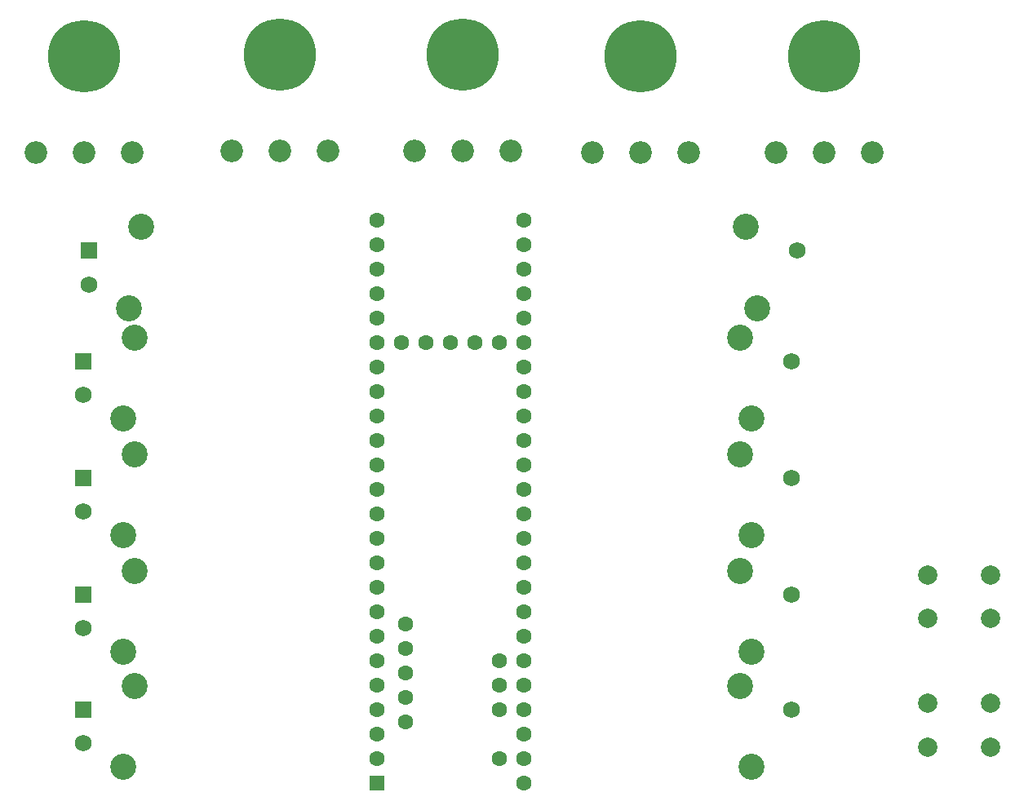
<source format=gbr>
%TF.GenerationSoftware,KiCad,Pcbnew,(5.1.4-0-10_14)*%
%TF.CreationDate,2020-08-02T00:19:04+02:00*%
%TF.ProjectId,usb-teensy3.6_kicad,7573622d-7465-4656-9e73-79332e365f6b,rev?*%
%TF.SameCoordinates,Original*%
%TF.FileFunction,Soldermask,Bot*%
%TF.FilePolarity,Negative*%
%FSLAX46Y46*%
G04 Gerber Fmt 4.6, Leading zero omitted, Abs format (unit mm)*
G04 Created by KiCad (PCBNEW (5.1.4-0-10_14)) date 2020-08-02 00:19:04*
%MOMM*%
%LPD*%
G04 APERTURE LIST*
%ADD10C,1.600000*%
%ADD11R,1.600000X1.600000*%
%ADD12C,2.700000*%
%ADD13C,1.750000*%
%ADD14R,1.750000X1.750000*%
%ADD15C,7.500000*%
%ADD16C,2.340000*%
%ADD17C,2.000000*%
G04 APERTURE END LIST*
D10*
X124285000Y-130810000D03*
X124285000Y-133350000D03*
X124285000Y-135890000D03*
X124285000Y-138430000D03*
X124285000Y-140970000D03*
X133985000Y-134620000D03*
X133985000Y-137160000D03*
X133985000Y-139700000D03*
X133985000Y-144780000D03*
X136525000Y-147320000D03*
X136525000Y-144780000D03*
X136525000Y-142240000D03*
X136525000Y-139700000D03*
X136525000Y-137160000D03*
X136525000Y-134620000D03*
X136525000Y-132080000D03*
X136525000Y-129540000D03*
X136525000Y-127000000D03*
X136525000Y-124460000D03*
X136525000Y-121920000D03*
X136525000Y-119380000D03*
X136525000Y-116840000D03*
X136525000Y-114300000D03*
X136525000Y-111760000D03*
X136525000Y-109220000D03*
D11*
X121285000Y-147320000D03*
D10*
X121285000Y-144780000D03*
X121285000Y-142240000D03*
X121285000Y-139700000D03*
X121285000Y-137160000D03*
X121285000Y-134620000D03*
X121285000Y-132080000D03*
X121285000Y-129540000D03*
X121285000Y-127000000D03*
X121285000Y-124460000D03*
X121285000Y-121920000D03*
X121285000Y-119380000D03*
X121285000Y-116840000D03*
X136525000Y-106680000D03*
X136525000Y-104140000D03*
X136525000Y-101600000D03*
X136525000Y-99060000D03*
X136525000Y-96520000D03*
X136525000Y-93980000D03*
X136525000Y-91440000D03*
X136525000Y-88900000D03*
X133985000Y-101600000D03*
X131445000Y-101600000D03*
X128905000Y-101600000D03*
X126365000Y-101600000D03*
X123825000Y-101600000D03*
X121285000Y-88900000D03*
X121285000Y-91440000D03*
X121285000Y-93980000D03*
X121285000Y-96520000D03*
X121285000Y-114300000D03*
X121285000Y-111760000D03*
X121285000Y-109220000D03*
X121285000Y-99060000D03*
X121285000Y-101600000D03*
X121285000Y-104140000D03*
X121285000Y-106680000D03*
D12*
X160155000Y-109490000D03*
X94955000Y-109490000D03*
X158955000Y-101090000D03*
X96155000Y-101090000D03*
D13*
X164305000Y-103540000D03*
X90805000Y-107040000D03*
D14*
X90805000Y-103540000D03*
D12*
X160155000Y-121590000D03*
X94955000Y-121590000D03*
X158955000Y-113190000D03*
X96155000Y-113190000D03*
D13*
X164305000Y-115640000D03*
X90805000Y-119140000D03*
D14*
X90805000Y-115640000D03*
D12*
X160155000Y-133690000D03*
X94955000Y-133690000D03*
X158955000Y-125290000D03*
X96155000Y-125290000D03*
D13*
X164305000Y-127740000D03*
X90805000Y-131240000D03*
D14*
X90805000Y-127740000D03*
D12*
X160155000Y-145650000D03*
X94955000Y-145650000D03*
X158955000Y-137250000D03*
X96155000Y-137250000D03*
D13*
X164305000Y-139700000D03*
X90805000Y-143200000D03*
D14*
X90805000Y-139700000D03*
D12*
X160790000Y-98025000D03*
X95590000Y-98025000D03*
X159590000Y-89625000D03*
X96790000Y-89625000D03*
D13*
X164940000Y-92075000D03*
X91440000Y-95575000D03*
D14*
X91440000Y-92075000D03*
D15*
X167720000Y-71915000D03*
D16*
X172720000Y-81915000D03*
X167720000Y-81915000D03*
X162720000Y-81915000D03*
D17*
X184935000Y-125730000D03*
X184935000Y-130230000D03*
X178435000Y-125730000D03*
X178435000Y-130230000D03*
X184935000Y-139065000D03*
X184935000Y-143565000D03*
X178435000Y-139065000D03*
X178435000Y-143565000D03*
D15*
X148670000Y-71915000D03*
D16*
X153670000Y-81915000D03*
X148670000Y-81915000D03*
X143670000Y-81915000D03*
D15*
X130175000Y-71755000D03*
D16*
X135175000Y-81755000D03*
X130175000Y-81755000D03*
X125175000Y-81755000D03*
D15*
X111205000Y-71755000D03*
D16*
X116205000Y-81755000D03*
X111205000Y-81755000D03*
X106205000Y-81755000D03*
D15*
X90885000Y-71915000D03*
D16*
X95885000Y-81915000D03*
X90885000Y-81915000D03*
X85885000Y-81915000D03*
M02*

</source>
